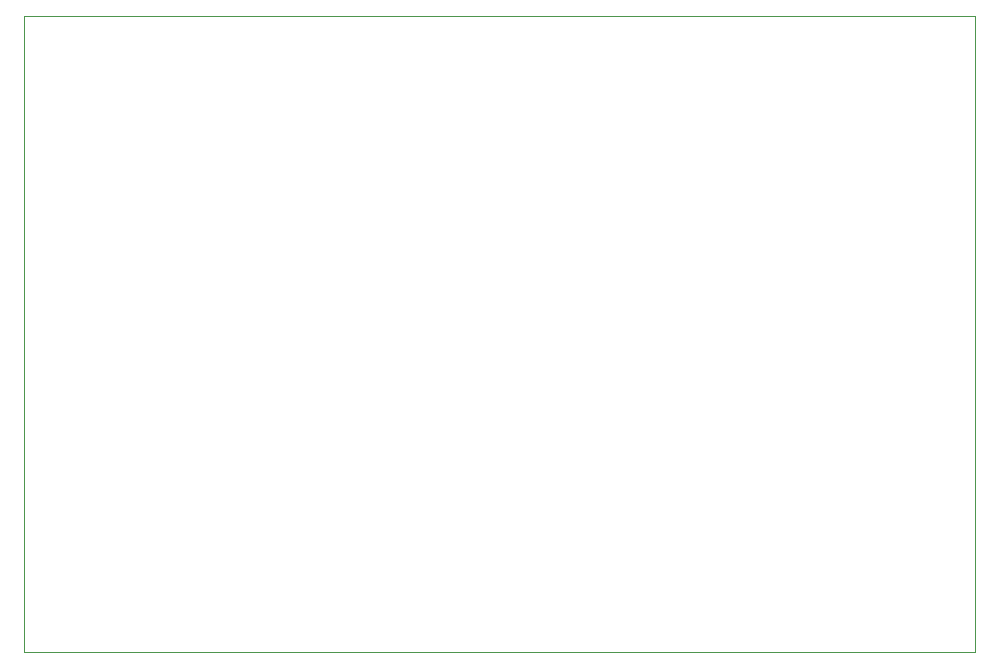
<source format=gbr>
%TF.GenerationSoftware,KiCad,Pcbnew,(5.1.7)-1*%
%TF.CreationDate,2020-12-20T22:11:26+02:00*%
%TF.ProjectId,SOUNDBOX,534f554e-4442-44f5-982e-6b696361645f,rev?*%
%TF.SameCoordinates,Original*%
%TF.FileFunction,Profile,NP*%
%FSLAX46Y46*%
G04 Gerber Fmt 4.6, Leading zero omitted, Abs format (unit mm)*
G04 Created by KiCad (PCBNEW (5.1.7)-1) date 2020-12-20 22:11:26*
%MOMM*%
%LPD*%
G01*
G04 APERTURE LIST*
%TA.AperFunction,Profile*%
%ADD10C,0.050000*%
%TD*%
G04 APERTURE END LIST*
D10*
X50038000Y-107188000D02*
X130556000Y-107188000D01*
X50038000Y-161036000D02*
X50038000Y-107188000D01*
X130556000Y-161036000D02*
X50038000Y-161036000D01*
X130556000Y-107188000D02*
X130556000Y-161036000D01*
M02*

</source>
